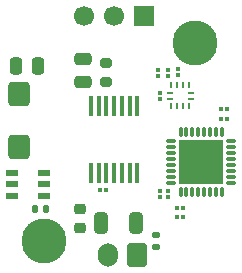
<source format=gbr>
%TF.GenerationSoftware,KiCad,Pcbnew,9.0.4*%
%TF.CreationDate,2025-10-05T00:11:35-04:00*%
%TF.ProjectId,bldc motor controller,626c6463-206d-46f7-946f-7220636f6e74,rev?*%
%TF.SameCoordinates,Original*%
%TF.FileFunction,Soldermask,Bot*%
%TF.FilePolarity,Negative*%
%FSLAX46Y46*%
G04 Gerber Fmt 4.6, Leading zero omitted, Abs format (unit mm)*
G04 Created by KiCad (PCBNEW 9.0.4) date 2025-10-05 00:11:35*
%MOMM*%
%LPD*%
G01*
G04 APERTURE LIST*
G04 Aperture macros list*
%AMRoundRect*
0 Rectangle with rounded corners*
0 $1 Rounding radius*
0 $2 $3 $4 $5 $6 $7 $8 $9 X,Y pos of 4 corners*
0 Add a 4 corners polygon primitive as box body*
4,1,4,$2,$3,$4,$5,$6,$7,$8,$9,$2,$3,0*
0 Add four circle primitives for the rounded corners*
1,1,$1+$1,$2,$3*
1,1,$1+$1,$4,$5*
1,1,$1+$1,$6,$7*
1,1,$1+$1,$8,$9*
0 Add four rect primitives between the rounded corners*
20,1,$1+$1,$2,$3,$4,$5,0*
20,1,$1+$1,$4,$5,$6,$7,0*
20,1,$1+$1,$6,$7,$8,$9,0*
20,1,$1+$1,$8,$9,$2,$3,0*%
G04 Aperture macros list end*
%ADD10C,1.700000*%
%ADD11R,1.700000X1.700000*%
%ADD12RoundRect,0.075000X-0.075000X0.125000X-0.075000X-0.125000X0.075000X-0.125000X0.075000X0.125000X0*%
%ADD13C,3.800000*%
%ADD14RoundRect,0.075000X0.075000X-0.125000X0.075000X0.125000X-0.075000X0.125000X-0.075000X-0.125000X0*%
%ADD15R,0.500000X0.280000*%
%ADD16R,0.280000X0.500000*%
%ADD17RoundRect,0.075000X-0.125000X-0.075000X0.125000X-0.075000X0.125000X0.075000X-0.125000X0.075000X0*%
%ADD18RoundRect,0.075000X0.125000X0.075000X-0.125000X0.075000X-0.125000X-0.075000X0.125000X-0.075000X0*%
%ADD19O,1.700000X2.000000*%
%ADD20RoundRect,0.250000X0.600000X0.750000X-0.600000X0.750000X-0.600000X-0.750000X0.600000X-0.750000X0*%
%ADD21RoundRect,0.225000X0.250000X-0.225000X0.250000X0.225000X-0.250000X0.225000X-0.250000X-0.225000X0*%
%ADD22RoundRect,0.250000X0.650000X-0.750000X0.650000X0.750000X-0.650000X0.750000X-0.650000X-0.750000X0*%
%ADD23R,1.100000X0.600000*%
%ADD24R,0.400000X1.700000*%
%ADD25RoundRect,0.200000X0.275000X-0.200000X0.275000X0.200000X-0.275000X0.200000X-0.275000X-0.200000X0*%
%ADD26RoundRect,0.250000X-0.475000X0.250000X-0.475000X-0.250000X0.475000X-0.250000X0.475000X0.250000X0*%
%ADD27RoundRect,0.140000X0.140000X0.170000X-0.140000X0.170000X-0.140000X-0.170000X0.140000X-0.170000X0*%
%ADD28RoundRect,0.140000X0.170000X-0.140000X0.170000X0.140000X-0.170000X0.140000X-0.170000X-0.140000X0*%
%ADD29RoundRect,0.250000X-0.250000X-0.475000X0.250000X-0.475000X0.250000X0.475000X-0.250000X0.475000X0*%
%ADD30RoundRect,0.250000X-0.325000X-0.650000X0.325000X-0.650000X0.325000X0.650000X-0.325000X0.650000X0*%
%ADD31R,3.700000X3.700000*%
%ADD32O,0.280000X0.900000*%
%ADD33O,0.900000X0.280000*%
G04 APERTURE END LIST*
D10*
%TO.C,U8*%
X139910000Y-77550000D03*
X142450000Y-77550000D03*
D11*
X144990000Y-77550000D03*
%TD*%
D12*
%TO.C,C23*%
X147800000Y-82550000D03*
X147800000Y-82050000D03*
%TD*%
D13*
%TO.C,REF\u002A\u002A*%
X149250000Y-79850000D03*
%TD*%
D14*
%TO.C,C20*%
X146325000Y-84550000D03*
X146325000Y-84050000D03*
%TD*%
D12*
%TO.C,C21*%
X146150000Y-82150000D03*
X146150000Y-82650000D03*
%TD*%
%TO.C,C22*%
X146950000Y-82100000D03*
X146950000Y-82600000D03*
%TD*%
D15*
%TO.C,U6*%
X148900000Y-84550000D03*
X148900000Y-84050000D03*
D16*
X148775000Y-83425000D03*
X148275000Y-83425000D03*
X147775000Y-83425000D03*
X147275000Y-83425000D03*
D15*
X147150000Y-84050000D03*
X147150000Y-84550000D03*
D16*
X147275000Y-85175000D03*
X147775000Y-85175000D03*
X148275000Y-85175000D03*
X148775000Y-85175000D03*
%TD*%
D17*
%TO.C,C16*%
X151500000Y-86250000D03*
X152000000Y-86250000D03*
%TD*%
D18*
%TO.C,C12*%
X148255514Y-94595514D03*
X147755514Y-94595514D03*
%TD*%
%TO.C,C13*%
X147755514Y-93795514D03*
X148255514Y-93795514D03*
%TD*%
D17*
%TO.C,C17*%
X151500000Y-85400000D03*
X152000000Y-85400000D03*
%TD*%
D14*
%TO.C,C15*%
X147005514Y-92345514D03*
X147005514Y-92845514D03*
%TD*%
%TO.C,C14*%
X146305514Y-92345514D03*
X146305514Y-92845514D03*
%TD*%
D13*
%TO.C,REF\u002A\u002A*%
X136500000Y-96600000D03*
%TD*%
D19*
%TO.C,CN1*%
X141900000Y-97750000D03*
D20*
X144400000Y-97750000D03*
%TD*%
D21*
%TO.C,C9*%
X139550000Y-93900000D03*
X139550000Y-95450000D03*
%TD*%
D22*
%TO.C,L1*%
X134350000Y-88650000D03*
X134350000Y-84150000D03*
%TD*%
D18*
%TO.C,C19*%
X141195620Y-92300000D03*
X141695620Y-92300000D03*
%TD*%
D23*
%TO.C,U4*%
X133800000Y-92750000D03*
X133800000Y-91800000D03*
X133800000Y-90850000D03*
X136500000Y-90850000D03*
X136500000Y-91800000D03*
X136500000Y-92750000D03*
%TD*%
D24*
%TO.C,U5*%
X140475620Y-85200000D03*
X141125620Y-85200000D03*
X141775620Y-85200000D03*
X142425620Y-85200000D03*
X143075620Y-85200000D03*
X143725620Y-85200000D03*
X144375620Y-85200000D03*
X144375620Y-90800000D03*
X143725620Y-90800000D03*
X143075620Y-90800000D03*
X142425620Y-90800000D03*
X141775620Y-90800000D03*
X141125620Y-90800000D03*
X140475620Y-90800000D03*
%TD*%
D25*
%TO.C,R6*%
X141700000Y-83150000D03*
X141700000Y-81500000D03*
%TD*%
D26*
%TO.C,R1*%
X139800000Y-81200000D03*
X139800000Y-83100000D03*
%TD*%
D27*
%TO.C,C11*%
X136680000Y-93900000D03*
X135720000Y-93900000D03*
%TD*%
D28*
%TO.C,C8*%
X146000000Y-97080000D03*
X146000000Y-96120000D03*
%TD*%
D29*
%TO.C,C2*%
X134100000Y-81800000D03*
X136000000Y-81800000D03*
%TD*%
D30*
%TO.C,C1*%
X141325000Y-95100000D03*
X144275000Y-95100000D03*
%TD*%
D31*
%TO.C,U3*%
X149800000Y-89900000D03*
D32*
X151550000Y-87350000D03*
X151050000Y-87350000D03*
X150550000Y-87350000D03*
X150050000Y-87350000D03*
X149550000Y-87350000D03*
X149050000Y-87350000D03*
X148550000Y-87350000D03*
X148050000Y-87350000D03*
D33*
X147250000Y-88150000D03*
X147250000Y-88650000D03*
X147250000Y-89150000D03*
X147250000Y-89650000D03*
X147250000Y-90150000D03*
X147250000Y-90650000D03*
X147250000Y-91150000D03*
X147250000Y-91650000D03*
D32*
X148050000Y-92450000D03*
X148550000Y-92450000D03*
X149050000Y-92450000D03*
X149550000Y-92450000D03*
X150050000Y-92450000D03*
X150550000Y-92450000D03*
X151050000Y-92450000D03*
X151550000Y-92450000D03*
D33*
X152350000Y-91650000D03*
X152350000Y-91150000D03*
X152350000Y-90650000D03*
X152350000Y-90150000D03*
X152350000Y-89650000D03*
X152350000Y-89150000D03*
X152350000Y-88650000D03*
X152350000Y-88150000D03*
%TD*%
M02*

</source>
